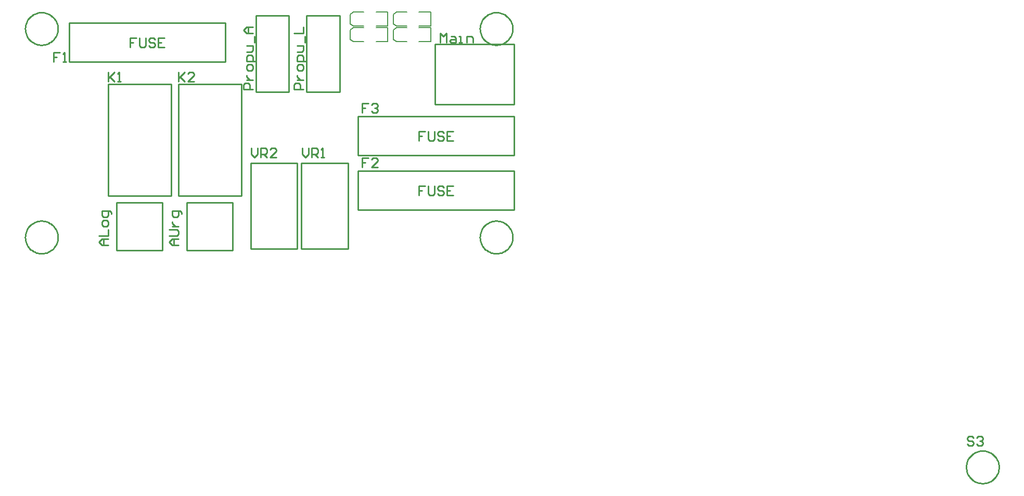
<source format=gto>
G04 Layer_Color=65535*
%FSLAX25Y25*%
%MOIN*%
G70*
G01*
G75*
%ADD29C,0.01000*%
%ADD30C,0.00787*%
D29*
X625157Y-135689D02*
X625110Y-134694D01*
X624968Y-133707D01*
X624733Y-132739D01*
X624407Y-131797D01*
X623993Y-130890D01*
X623495Y-130027D01*
X622917Y-129215D01*
X622264Y-128462D01*
X621543Y-127774D01*
X620760Y-127158D01*
X619921Y-126620D01*
X619035Y-126163D01*
X618110Y-125793D01*
X617154Y-125512D01*
X616175Y-125323D01*
X615183Y-125228D01*
X614187D01*
X613195Y-125323D01*
X612216Y-125512D01*
X611260Y-125793D01*
X610335Y-126163D01*
X609449Y-126620D01*
X608610Y-127158D01*
X607827Y-127774D01*
X607106Y-128462D01*
X606453Y-129215D01*
X605875Y-130027D01*
X605377Y-130890D01*
X604963Y-131797D01*
X604637Y-132739D01*
X604402Y-133707D01*
X604260Y-134694D01*
X604213Y-135689D01*
X604260Y-136684D01*
X604402Y-137671D01*
X604637Y-138639D01*
X604963Y-139581D01*
X605377Y-140488D01*
X605875Y-141351D01*
X606453Y-142163D01*
X607106Y-142916D01*
X607827Y-143604D01*
X608610Y-144220D01*
X609449Y-144758D01*
X610335Y-145215D01*
X611260Y-145585D01*
X612216Y-145866D01*
X613195Y-146055D01*
X614187Y-146150D01*
X615183D01*
X616175Y-146055D01*
X617154Y-145866D01*
X618110Y-145585D01*
X619035Y-145215D01*
X619921Y-144758D01*
X620760Y-144220D01*
X621543Y-143604D01*
X622264Y-142916D01*
X622917Y-142163D01*
X623495Y-141351D01*
X623993Y-140488D01*
X624407Y-139581D01*
X624733Y-138639D01*
X624968Y-137671D01*
X625110Y-136684D01*
X625157Y-135689D01*
X313622Y11811D02*
X313575Y12807D01*
X313433Y13793D01*
X313198Y14761D01*
X312872Y15703D01*
X312458Y16610D01*
X311960Y17473D01*
X311382Y18285D01*
X310729Y19038D01*
X310008Y19726D01*
X309224Y20342D01*
X308386Y20880D01*
X307500Y21337D01*
X306575Y21708D01*
X305619Y21988D01*
X304640Y22177D01*
X303648Y22272D01*
X302651D01*
X301659Y22177D01*
X300681Y21988D01*
X299724Y21708D01*
X298799Y21337D01*
X297913Y20880D01*
X297075Y20342D01*
X296292Y19726D01*
X295570Y19038D01*
X294918Y18285D01*
X294340Y17473D01*
X293841Y16610D01*
X293427Y15703D01*
X293101Y14761D01*
X292866Y13793D01*
X292725Y12807D01*
X292677Y11811D01*
X292725Y10816D01*
X292866Y9829D01*
X293101Y8861D01*
X293427Y7919D01*
X293841Y7012D01*
X294340Y6149D01*
X294918Y5337D01*
X295570Y4584D01*
X296292Y3897D01*
X297075Y3280D01*
X297913Y2742D01*
X298799Y2285D01*
X299724Y1915D01*
X300681Y1634D01*
X301659Y1445D01*
X302651Y1350D01*
X303648D01*
X304640Y1445D01*
X305619Y1634D01*
X306575Y1915D01*
X307500Y2285D01*
X308386Y2742D01*
X309224Y3280D01*
X310008Y3897D01*
X310729Y4584D01*
X311382Y5337D01*
X311960Y6149D01*
X312458Y7012D01*
X312872Y7919D01*
X313198Y8861D01*
X313433Y9829D01*
X313575Y10816D01*
X313622Y11811D01*
Y145669D02*
X313575Y146665D01*
X313433Y147651D01*
X313198Y148620D01*
X312872Y149562D01*
X312458Y150468D01*
X311960Y151331D01*
X311382Y152143D01*
X310729Y152896D01*
X310008Y153584D01*
X309224Y154200D01*
X308386Y154739D01*
X307500Y155195D01*
X306575Y155566D01*
X305619Y155847D01*
X304640Y156035D01*
X303648Y156130D01*
X302651D01*
X301659Y156035D01*
X300681Y155847D01*
X299724Y155566D01*
X298799Y155195D01*
X297913Y154739D01*
X297075Y154200D01*
X296292Y153584D01*
X295570Y152896D01*
X294918Y152143D01*
X294340Y151331D01*
X293841Y150468D01*
X293427Y149562D01*
X293101Y148620D01*
X292866Y147651D01*
X292725Y146665D01*
X292677Y145669D01*
X292725Y144674D01*
X292866Y143687D01*
X293101Y142719D01*
X293427Y141777D01*
X293841Y140871D01*
X294340Y140007D01*
X294918Y139196D01*
X295570Y138443D01*
X296292Y137755D01*
X297075Y137139D01*
X297913Y136600D01*
X298799Y136143D01*
X299724Y135773D01*
X300681Y135492D01*
X301659Y135303D01*
X302651Y135209D01*
X303648D01*
X304640Y135303D01*
X305619Y135492D01*
X306575Y135773D01*
X307500Y136143D01*
X308386Y136600D01*
X309224Y137139D01*
X310008Y137755D01*
X310729Y138443D01*
X311382Y139196D01*
X311960Y140007D01*
X312458Y140871D01*
X312872Y141777D01*
X313198Y142719D01*
X313433Y143687D01*
X313575Y144674D01*
X313622Y145669D01*
X22284D02*
X22236Y146665D01*
X22094Y147651D01*
X21859Y148620D01*
X21533Y149562D01*
X21119Y150468D01*
X20621Y151331D01*
X20043Y152143D01*
X19390Y152896D01*
X18669Y153584D01*
X17886Y154200D01*
X17047Y154739D01*
X16161Y155195D01*
X15236Y155566D01*
X14280Y155847D01*
X13301Y156035D01*
X12309Y156130D01*
X11313D01*
X10321Y156035D01*
X9342Y155847D01*
X8386Y155566D01*
X7461Y155195D01*
X6575Y154739D01*
X5736Y154200D01*
X4953Y153584D01*
X4232Y152896D01*
X3579Y152143D01*
X3001Y151331D01*
X2503Y150468D01*
X2089Y149562D01*
X1763Y148620D01*
X1528Y147651D01*
X1386Y146665D01*
X1339Y145669D01*
X1386Y144674D01*
X1528Y143687D01*
X1763Y142719D01*
X2089Y141777D01*
X2503Y140871D01*
X3001Y140007D01*
X3579Y139196D01*
X4232Y138443D01*
X4953Y137755D01*
X5736Y137139D01*
X6575Y136600D01*
X7461Y136143D01*
X8386Y135773D01*
X9342Y135492D01*
X10321Y135303D01*
X11313Y135209D01*
X12309D01*
X13301Y135303D01*
X14280Y135492D01*
X15236Y135773D01*
X16161Y136143D01*
X17047Y136600D01*
X17886Y137139D01*
X18669Y137755D01*
X19390Y138443D01*
X20043Y139196D01*
X20621Y140007D01*
X21119Y140871D01*
X21533Y141777D01*
X21859Y142719D01*
X22094Y143687D01*
X22236Y144674D01*
X22284Y145669D01*
Y11811D02*
X22236Y12807D01*
X22094Y13793D01*
X21859Y14761D01*
X21533Y15703D01*
X21119Y16610D01*
X20621Y17473D01*
X20043Y18285D01*
X19390Y19038D01*
X18669Y19726D01*
X17886Y20342D01*
X17047Y20880D01*
X16161Y21337D01*
X15236Y21708D01*
X14280Y21988D01*
X13301Y22177D01*
X12309Y22272D01*
X11313D01*
X10321Y22177D01*
X9342Y21988D01*
X8386Y21708D01*
X7461Y21337D01*
X6575Y20880D01*
X5736Y20342D01*
X4953Y19726D01*
X4232Y19038D01*
X3579Y18285D01*
X3001Y17473D01*
X2503Y16610D01*
X2089Y15703D01*
X1763Y14761D01*
X1528Y13793D01*
X1386Y12807D01*
X1339Y11811D01*
X1386Y10816D01*
X1528Y9829D01*
X1763Y8861D01*
X2089Y7919D01*
X2503Y7012D01*
X3001Y6149D01*
X3579Y5337D01*
X4232Y4584D01*
X4953Y3897D01*
X5736Y3280D01*
X6575Y2742D01*
X7461Y2285D01*
X8386Y1915D01*
X9342Y1634D01*
X10321Y1445D01*
X11313Y1350D01*
X12309D01*
X13301Y1445D01*
X14280Y1634D01*
X15236Y1915D01*
X16161Y2285D01*
X17047Y2742D01*
X17886Y3280D01*
X18669Y3897D01*
X19390Y4584D01*
X20043Y5337D01*
X20621Y6149D01*
X21119Y7012D01*
X21533Y7919D01*
X21859Y8861D01*
X22094Y9829D01*
X22236Y10816D01*
X22284Y11811D01*
X214685Y29311D02*
Y54311D01*
Y29311D02*
X314685D01*
Y54311D01*
X214685D02*
X314685D01*
X214685Y64311D02*
Y89311D01*
Y64311D02*
X314685D01*
Y89311D01*
X214685D02*
X314685D01*
X264016Y97146D02*
Y135728D01*
X314409Y97146D02*
Y135728D01*
X264016Y97146D02*
X314409D01*
X264016Y135728D02*
X314409D01*
X29685Y124311D02*
Y149311D01*
Y124311D02*
X129685D01*
Y149311D01*
X29685D02*
X129685D01*
X149055Y154035D02*
X170315D01*
Y105217D02*
Y154035D01*
Y105217D02*
Y132776D01*
X149055Y105217D02*
Y154035D01*
Y105217D02*
X170315D01*
X181555Y154035D02*
X202815D01*
Y105217D02*
Y154035D01*
Y105217D02*
Y132776D01*
X181555Y105217D02*
Y154035D01*
Y105217D02*
X202815D01*
X99635Y38511D02*
Y110111D01*
Y38511D02*
X139735D01*
Y110111D01*
X99635D02*
X139735D01*
X54635Y38511D02*
Y110111D01*
Y38511D02*
X94735D01*
Y110111D01*
X54635D02*
X94735D01*
X104842Y34232D02*
X134370D01*
Y3327D02*
Y34232D01*
X104842Y3327D02*
X134370D01*
X104842D02*
Y34232D01*
X59842D02*
X89370D01*
Y3327D02*
Y34232D01*
X59842Y3327D02*
X89370D01*
X59842D02*
Y34232D01*
X145764Y4409D02*
X175685D01*
X145764D02*
Y59528D01*
X175685D01*
Y4409D02*
Y59528D01*
X178264Y4409D02*
X208185D01*
X178264D02*
Y59528D01*
X208185D01*
Y4409D02*
Y59528D01*
X221184Y62809D02*
X217185D01*
Y59810D01*
X219184D01*
X217185D01*
Y56811D01*
X227182D02*
X223183D01*
X227182Y60810D01*
Y61809D01*
X226182Y62809D01*
X224183D01*
X223183Y61809D01*
X257684Y44809D02*
X253685D01*
Y41810D01*
X255684D01*
X253685D01*
Y38811D01*
X259683Y44809D02*
Y39811D01*
X260683Y38811D01*
X262682D01*
X263682Y39811D01*
Y44809D01*
X269680Y43809D02*
X268680Y44809D01*
X266681D01*
X265681Y43809D01*
Y42810D01*
X266681Y41810D01*
X268680D01*
X269680Y40810D01*
Y39811D01*
X268680Y38811D01*
X266681D01*
X265681Y39811D01*
X275678Y44809D02*
X271679D01*
Y38811D01*
X275678D01*
X271679Y41810D02*
X273679D01*
X221184Y97809D02*
X217185D01*
Y94810D01*
X219184D01*
X217185D01*
Y91811D01*
X223183Y96809D02*
X224183Y97809D01*
X226182D01*
X227182Y96809D01*
Y95810D01*
X226182Y94810D01*
X225183D01*
X226182D01*
X227182Y93810D01*
Y92811D01*
X226182Y91811D01*
X224183D01*
X223183Y92811D01*
X257684Y79809D02*
X253685D01*
Y76810D01*
X255684D01*
X253685D01*
Y73811D01*
X259683Y79809D02*
Y74811D01*
X260683Y73811D01*
X262682D01*
X263682Y74811D01*
Y79809D01*
X269680Y78809D02*
X268680Y79809D01*
X266681D01*
X265681Y78809D01*
Y77810D01*
X266681Y76810D01*
X268680D01*
X269680Y75810D01*
Y74811D01*
X268680Y73811D01*
X266681D01*
X265681Y74811D01*
X275678Y79809D02*
X271679D01*
Y73811D01*
X275678D01*
X271679Y76810D02*
X273679D01*
X267185Y136811D02*
Y142809D01*
X269184Y140810D01*
X271184Y142809D01*
Y136811D01*
X274183Y140810D02*
X276182D01*
X277182Y139810D01*
Y136811D01*
X274183D01*
X273183Y137811D01*
X274183Y138810D01*
X277182D01*
X279181Y136811D02*
X281181D01*
X280181D01*
Y140810D01*
X279181D01*
X284179Y136811D02*
Y140810D01*
X287179D01*
X288178Y139810D01*
Y136811D01*
X23684Y130309D02*
X19685D01*
Y127310D01*
X21684D01*
X19685D01*
Y124311D01*
X25683D02*
X27683D01*
X26683D01*
Y130309D01*
X25683Y129309D01*
X72684Y139809D02*
X68685D01*
Y136810D01*
X70684D01*
X68685D01*
Y133811D01*
X74683Y139809D02*
Y134811D01*
X75683Y133811D01*
X77682D01*
X78682Y134811D01*
Y139809D01*
X84680Y138809D02*
X83680Y139809D01*
X81681D01*
X80681Y138809D01*
Y137810D01*
X81681Y136810D01*
X83680D01*
X84680Y135810D01*
Y134811D01*
X83680Y133811D01*
X81681D01*
X80681Y134811D01*
X90678Y139809D02*
X86679D01*
Y133811D01*
X90678D01*
X86679Y136810D02*
X88679D01*
X147185Y106811D02*
X141187D01*
Y109810D01*
X142187Y110810D01*
X144186D01*
X145186Y109810D01*
Y106811D01*
X143186Y112809D02*
X147185D01*
X145186D01*
X144186Y113809D01*
X143186Y114808D01*
Y115808D01*
X147185Y119807D02*
Y121806D01*
X146185Y122806D01*
X144186D01*
X143186Y121806D01*
Y119807D01*
X144186Y118807D01*
X146185D01*
X147185Y119807D01*
X149184Y124805D02*
X143186D01*
Y127804D01*
X144186Y128804D01*
X146185D01*
X147185Y127804D01*
Y124805D01*
X143186Y130803D02*
X146185D01*
X147185Y131803D01*
Y134802D01*
X143186D01*
X148185Y136801D02*
Y140800D01*
X147185Y142799D02*
X143186D01*
X141187Y144799D01*
X143186Y146798D01*
X147185D01*
X144186D01*
Y142799D01*
X179685Y106811D02*
X173687D01*
Y109810D01*
X174687Y110810D01*
X176686D01*
X177686Y109810D01*
Y106811D01*
X175686Y112809D02*
X179685D01*
X177686D01*
X176686Y113809D01*
X175686Y114808D01*
Y115808D01*
X179685Y119807D02*
Y121806D01*
X178685Y122806D01*
X176686D01*
X175686Y121806D01*
Y119807D01*
X176686Y118807D01*
X178685D01*
X179685Y119807D01*
X181684Y124805D02*
X175686D01*
Y127804D01*
X176686Y128804D01*
X178685D01*
X179685Y127804D01*
Y124805D01*
X175686Y130803D02*
X178685D01*
X179685Y131803D01*
Y134802D01*
X175686D01*
X180685Y136801D02*
Y140800D01*
X173687Y142799D02*
X179685D01*
Y146798D01*
X99685Y117809D02*
Y111811D01*
Y113810D01*
X103684Y117809D01*
X100685Y114810D01*
X103684Y111811D01*
X109682D02*
X105683D01*
X109682Y115810D01*
Y116809D01*
X108682Y117809D01*
X106683D01*
X105683Y116809D01*
X54685Y117809D02*
Y111811D01*
Y113810D01*
X58684Y117809D01*
X55685Y114810D01*
X58684Y111811D01*
X60683D02*
X62682D01*
X61683D01*
Y117809D01*
X60683Y116809D01*
X99685Y6811D02*
X95686D01*
X93687Y8810D01*
X95686Y10810D01*
X99685D01*
X96686D01*
Y6811D01*
X93687Y12809D02*
X98685D01*
X99685Y13809D01*
Y15808D01*
X98685Y16808D01*
X93687D01*
X95686Y18807D02*
X99685D01*
X97686D01*
X96686Y19807D01*
X95686Y20807D01*
Y21806D01*
X101684Y26805D02*
Y27804D01*
X100685Y28804D01*
X95686D01*
Y25805D01*
X96686Y24805D01*
X98685D01*
X99685Y25805D01*
Y28804D01*
X54685Y6811D02*
X50686D01*
X48687Y8810D01*
X50686Y10810D01*
X54685D01*
X51686D01*
Y6811D01*
X48687Y12809D02*
X54685D01*
Y16808D01*
Y19807D02*
Y21806D01*
X53685Y22806D01*
X51686D01*
X50686Y21806D01*
Y19807D01*
X51686Y18807D01*
X53685D01*
X54685Y19807D01*
X56684Y26805D02*
Y27804D01*
X55685Y28804D01*
X50686D01*
Y25805D01*
X51686Y24805D01*
X53685D01*
X54685Y25805D01*
Y28804D01*
X608734Y-116741D02*
X607734Y-115741D01*
X605735D01*
X604735Y-116741D01*
Y-117740D01*
X605735Y-118740D01*
X607734D01*
X608734Y-119740D01*
Y-120739D01*
X607734Y-121739D01*
X605735D01*
X604735Y-120739D01*
X610733Y-116741D02*
X611733Y-115741D01*
X613732D01*
X614732Y-116741D01*
Y-117740D01*
X613732Y-118740D01*
X612732D01*
X613732D01*
X614732Y-119740D01*
Y-120739D01*
X613732Y-121739D01*
X611733D01*
X610733Y-120739D01*
X178735Y69059D02*
Y65060D01*
X180734Y63061D01*
X182734Y65060D01*
Y69059D01*
X184733Y63061D02*
Y69059D01*
X187732D01*
X188732Y68059D01*
Y66060D01*
X187732Y65060D01*
X184733D01*
X186732D02*
X188732Y63061D01*
X190731D02*
X192730D01*
X191731D01*
Y69059D01*
X190731Y68059D01*
X146235Y69059D02*
Y65060D01*
X148234Y63061D01*
X150234Y65060D01*
Y69059D01*
X152233Y63061D02*
Y69059D01*
X155232D01*
X156232Y68059D01*
Y66060D01*
X155232Y65060D01*
X152233D01*
X154232D02*
X156232Y63061D01*
X162230D02*
X158231D01*
X162230Y67060D01*
Y68059D01*
X161230Y69059D01*
X159231D01*
X158231Y68059D01*
D30*
X226122Y156339D02*
X233602D01*
X226122Y147283D02*
X233602D01*
Y156339D01*
X209587Y148858D02*
Y154764D01*
X211555Y156339D02*
X218248D01*
X209587Y148858D02*
X211555Y147283D01*
X209587Y154764D02*
X211555Y156339D01*
X211555Y147283D02*
X218248D01*
X226122Y146339D02*
X233602D01*
X226122Y137284D02*
X233602D01*
Y146339D01*
X209587Y138858D02*
Y144764D01*
X211555Y146339D02*
X218248D01*
X209587Y138858D02*
X211555Y137284D01*
X209587Y144764D02*
X211555Y146339D01*
X211555Y137284D02*
X218248D01*
X253622Y156339D02*
X261102D01*
X253622Y147283D02*
X261102D01*
Y156339D01*
X237087Y148858D02*
Y154764D01*
X239055Y156339D02*
X245748D01*
X237087Y148858D02*
X239055Y147283D01*
X237087Y154764D02*
X239055Y156339D01*
X239055Y147283D02*
X245748D01*
X253622Y146339D02*
X261102D01*
X253622Y137284D02*
X261102D01*
Y146339D01*
X237087Y138858D02*
Y144764D01*
X239055Y146339D02*
X245748D01*
X237087Y138858D02*
X239055Y137284D01*
X237087Y144764D02*
X239055Y146339D01*
X239055Y137284D02*
X245748D01*
M02*

</source>
